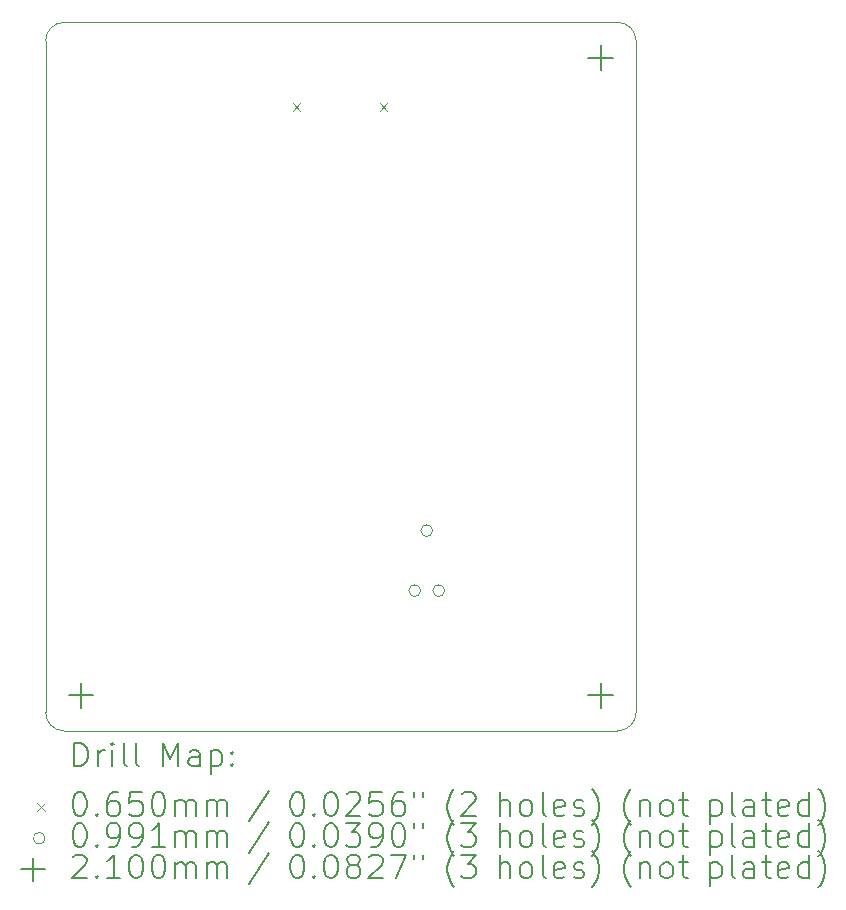
<source format=gbr>
%TF.GenerationSoftware,KiCad,Pcbnew,(7.0.0)*%
%TF.CreationDate,2023-03-04T19:16:19-06:00*%
%TF.ProjectId,OpenRectangleBreakout,4f70656e-5265-4637-9461-6e676c654272,rev?*%
%TF.SameCoordinates,Original*%
%TF.FileFunction,Drillmap*%
%TF.FilePolarity,Positive*%
%FSLAX45Y45*%
G04 Gerber Fmt 4.5, Leading zero omitted, Abs format (unit mm)*
G04 Created by KiCad (PCBNEW (7.0.0)) date 2023-03-04 19:16:19*
%MOMM*%
%LPD*%
G01*
G04 APERTURE LIST*
%ADD10C,0.100000*%
%ADD11C,0.200000*%
%ADD12C,0.065000*%
%ADD13C,0.099060*%
%ADD14C,0.210000*%
G04 APERTURE END LIST*
D10*
X6997497Y-3039247D02*
X6997497Y-8721747D01*
X1997497Y-3039247D02*
X1997497Y-8721747D01*
X4531163Y-2880497D02*
X6838747Y-2880497D01*
X1997496Y-8721747D02*
G75*
G03*
X2156247Y-8880497I158758J8D01*
G01*
X6838747Y-8880497D02*
G75*
G03*
X6997497Y-8721747I3J158747D01*
G01*
X2156247Y-2880497D02*
G75*
G03*
X1997497Y-3039247I0J-158750D01*
G01*
X2156247Y-2880497D02*
X4531163Y-2880497D01*
X6997503Y-3039247D02*
G75*
G03*
X6838747Y-2880497I-158753J-3D01*
G01*
X6838747Y-8880497D02*
X2156247Y-8880497D01*
D11*
D12*
X4089997Y-3567481D02*
X4154997Y-3632481D01*
X4154997Y-3567481D02*
X4089997Y-3632481D01*
X4824997Y-3567481D02*
X4889997Y-3632481D01*
X4889997Y-3567481D02*
X4824997Y-3632481D01*
D13*
X5172577Y-7693000D02*
G75*
G03*
X5172577Y-7693000I-49530J0D01*
G01*
X5274177Y-7185000D02*
G75*
G03*
X5274177Y-7185000I-49530J0D01*
G01*
X5375777Y-7693000D02*
G75*
G03*
X5375777Y-7693000I-49530J0D01*
G01*
D14*
X2297497Y-8475496D02*
X2297497Y-8685496D01*
X2192497Y-8580496D02*
X2402497Y-8580496D01*
X6697497Y-3075496D02*
X6697497Y-3285496D01*
X6592497Y-3180496D02*
X6802497Y-3180496D01*
X6697497Y-8475496D02*
X6697497Y-8685496D01*
X6592497Y-8580496D02*
X6802497Y-8580496D01*
D11*
X2240116Y-9178973D02*
X2240116Y-8978973D01*
X2240116Y-8978973D02*
X2287735Y-8978973D01*
X2287735Y-8978973D02*
X2316306Y-8988497D01*
X2316306Y-8988497D02*
X2335354Y-9007544D01*
X2335354Y-9007544D02*
X2344878Y-9026592D01*
X2344878Y-9026592D02*
X2354402Y-9064687D01*
X2354402Y-9064687D02*
X2354402Y-9093259D01*
X2354402Y-9093259D02*
X2344878Y-9131354D01*
X2344878Y-9131354D02*
X2335354Y-9150402D01*
X2335354Y-9150402D02*
X2316306Y-9169449D01*
X2316306Y-9169449D02*
X2287735Y-9178973D01*
X2287735Y-9178973D02*
X2240116Y-9178973D01*
X2440116Y-9178973D02*
X2440116Y-9045640D01*
X2440116Y-9083735D02*
X2449640Y-9064687D01*
X2449640Y-9064687D02*
X2459163Y-9055163D01*
X2459163Y-9055163D02*
X2478211Y-9045640D01*
X2478211Y-9045640D02*
X2497259Y-9045640D01*
X2563925Y-9178973D02*
X2563925Y-9045640D01*
X2563925Y-8978973D02*
X2554402Y-8988497D01*
X2554402Y-8988497D02*
X2563925Y-8998021D01*
X2563925Y-8998021D02*
X2573449Y-8988497D01*
X2573449Y-8988497D02*
X2563925Y-8978973D01*
X2563925Y-8978973D02*
X2563925Y-8998021D01*
X2687735Y-9178973D02*
X2668687Y-9169449D01*
X2668687Y-9169449D02*
X2659163Y-9150402D01*
X2659163Y-9150402D02*
X2659163Y-8978973D01*
X2792497Y-9178973D02*
X2773449Y-9169449D01*
X2773449Y-9169449D02*
X2763925Y-9150402D01*
X2763925Y-9150402D02*
X2763925Y-8978973D01*
X2988687Y-9178973D02*
X2988687Y-8978973D01*
X2988687Y-8978973D02*
X3055354Y-9121830D01*
X3055354Y-9121830D02*
X3122020Y-8978973D01*
X3122020Y-8978973D02*
X3122020Y-9178973D01*
X3302973Y-9178973D02*
X3302973Y-9074211D01*
X3302973Y-9074211D02*
X3293449Y-9055163D01*
X3293449Y-9055163D02*
X3274401Y-9045640D01*
X3274401Y-9045640D02*
X3236306Y-9045640D01*
X3236306Y-9045640D02*
X3217259Y-9055163D01*
X3302973Y-9169449D02*
X3283925Y-9178973D01*
X3283925Y-9178973D02*
X3236306Y-9178973D01*
X3236306Y-9178973D02*
X3217259Y-9169449D01*
X3217259Y-9169449D02*
X3207735Y-9150402D01*
X3207735Y-9150402D02*
X3207735Y-9131354D01*
X3207735Y-9131354D02*
X3217259Y-9112306D01*
X3217259Y-9112306D02*
X3236306Y-9102783D01*
X3236306Y-9102783D02*
X3283925Y-9102783D01*
X3283925Y-9102783D02*
X3302973Y-9093259D01*
X3398211Y-9045640D02*
X3398211Y-9245640D01*
X3398211Y-9055163D02*
X3417259Y-9045640D01*
X3417259Y-9045640D02*
X3455354Y-9045640D01*
X3455354Y-9045640D02*
X3474401Y-9055163D01*
X3474401Y-9055163D02*
X3483925Y-9064687D01*
X3483925Y-9064687D02*
X3493449Y-9083735D01*
X3493449Y-9083735D02*
X3493449Y-9140878D01*
X3493449Y-9140878D02*
X3483925Y-9159925D01*
X3483925Y-9159925D02*
X3474401Y-9169449D01*
X3474401Y-9169449D02*
X3455354Y-9178973D01*
X3455354Y-9178973D02*
X3417259Y-9178973D01*
X3417259Y-9178973D02*
X3398211Y-9169449D01*
X3579163Y-9159925D02*
X3588687Y-9169449D01*
X3588687Y-9169449D02*
X3579163Y-9178973D01*
X3579163Y-9178973D02*
X3569640Y-9169449D01*
X3569640Y-9169449D02*
X3579163Y-9159925D01*
X3579163Y-9159925D02*
X3579163Y-9178973D01*
X3579163Y-9055163D02*
X3588687Y-9064687D01*
X3588687Y-9064687D02*
X3579163Y-9074211D01*
X3579163Y-9074211D02*
X3569640Y-9064687D01*
X3569640Y-9064687D02*
X3579163Y-9055163D01*
X3579163Y-9055163D02*
X3579163Y-9074211D01*
D12*
X1927497Y-9492997D02*
X1992497Y-9557997D01*
X1992497Y-9492997D02*
X1927497Y-9557997D01*
D11*
X2278211Y-9398973D02*
X2297259Y-9398973D01*
X2297259Y-9398973D02*
X2316306Y-9408497D01*
X2316306Y-9408497D02*
X2325830Y-9418021D01*
X2325830Y-9418021D02*
X2335354Y-9437068D01*
X2335354Y-9437068D02*
X2344878Y-9475163D01*
X2344878Y-9475163D02*
X2344878Y-9522783D01*
X2344878Y-9522783D02*
X2335354Y-9560878D01*
X2335354Y-9560878D02*
X2325830Y-9579925D01*
X2325830Y-9579925D02*
X2316306Y-9589449D01*
X2316306Y-9589449D02*
X2297259Y-9598973D01*
X2297259Y-9598973D02*
X2278211Y-9598973D01*
X2278211Y-9598973D02*
X2259163Y-9589449D01*
X2259163Y-9589449D02*
X2249640Y-9579925D01*
X2249640Y-9579925D02*
X2240116Y-9560878D01*
X2240116Y-9560878D02*
X2230592Y-9522783D01*
X2230592Y-9522783D02*
X2230592Y-9475163D01*
X2230592Y-9475163D02*
X2240116Y-9437068D01*
X2240116Y-9437068D02*
X2249640Y-9418021D01*
X2249640Y-9418021D02*
X2259163Y-9408497D01*
X2259163Y-9408497D02*
X2278211Y-9398973D01*
X2430592Y-9579925D02*
X2440116Y-9589449D01*
X2440116Y-9589449D02*
X2430592Y-9598973D01*
X2430592Y-9598973D02*
X2421068Y-9589449D01*
X2421068Y-9589449D02*
X2430592Y-9579925D01*
X2430592Y-9579925D02*
X2430592Y-9598973D01*
X2611544Y-9398973D02*
X2573449Y-9398973D01*
X2573449Y-9398973D02*
X2554402Y-9408497D01*
X2554402Y-9408497D02*
X2544878Y-9418021D01*
X2544878Y-9418021D02*
X2525830Y-9446592D01*
X2525830Y-9446592D02*
X2516306Y-9484687D01*
X2516306Y-9484687D02*
X2516306Y-9560878D01*
X2516306Y-9560878D02*
X2525830Y-9579925D01*
X2525830Y-9579925D02*
X2535354Y-9589449D01*
X2535354Y-9589449D02*
X2554402Y-9598973D01*
X2554402Y-9598973D02*
X2592497Y-9598973D01*
X2592497Y-9598973D02*
X2611544Y-9589449D01*
X2611544Y-9589449D02*
X2621068Y-9579925D01*
X2621068Y-9579925D02*
X2630592Y-9560878D01*
X2630592Y-9560878D02*
X2630592Y-9513259D01*
X2630592Y-9513259D02*
X2621068Y-9494211D01*
X2621068Y-9494211D02*
X2611544Y-9484687D01*
X2611544Y-9484687D02*
X2592497Y-9475163D01*
X2592497Y-9475163D02*
X2554402Y-9475163D01*
X2554402Y-9475163D02*
X2535354Y-9484687D01*
X2535354Y-9484687D02*
X2525830Y-9494211D01*
X2525830Y-9494211D02*
X2516306Y-9513259D01*
X2811544Y-9398973D02*
X2716306Y-9398973D01*
X2716306Y-9398973D02*
X2706783Y-9494211D01*
X2706783Y-9494211D02*
X2716306Y-9484687D01*
X2716306Y-9484687D02*
X2735354Y-9475163D01*
X2735354Y-9475163D02*
X2782973Y-9475163D01*
X2782973Y-9475163D02*
X2802021Y-9484687D01*
X2802021Y-9484687D02*
X2811544Y-9494211D01*
X2811544Y-9494211D02*
X2821068Y-9513259D01*
X2821068Y-9513259D02*
X2821068Y-9560878D01*
X2821068Y-9560878D02*
X2811544Y-9579925D01*
X2811544Y-9579925D02*
X2802021Y-9589449D01*
X2802021Y-9589449D02*
X2782973Y-9598973D01*
X2782973Y-9598973D02*
X2735354Y-9598973D01*
X2735354Y-9598973D02*
X2716306Y-9589449D01*
X2716306Y-9589449D02*
X2706783Y-9579925D01*
X2944878Y-9398973D02*
X2963925Y-9398973D01*
X2963925Y-9398973D02*
X2982973Y-9408497D01*
X2982973Y-9408497D02*
X2992497Y-9418021D01*
X2992497Y-9418021D02*
X3002021Y-9437068D01*
X3002021Y-9437068D02*
X3011544Y-9475163D01*
X3011544Y-9475163D02*
X3011544Y-9522783D01*
X3011544Y-9522783D02*
X3002021Y-9560878D01*
X3002021Y-9560878D02*
X2992497Y-9579925D01*
X2992497Y-9579925D02*
X2982973Y-9589449D01*
X2982973Y-9589449D02*
X2963925Y-9598973D01*
X2963925Y-9598973D02*
X2944878Y-9598973D01*
X2944878Y-9598973D02*
X2925830Y-9589449D01*
X2925830Y-9589449D02*
X2916306Y-9579925D01*
X2916306Y-9579925D02*
X2906782Y-9560878D01*
X2906782Y-9560878D02*
X2897259Y-9522783D01*
X2897259Y-9522783D02*
X2897259Y-9475163D01*
X2897259Y-9475163D02*
X2906782Y-9437068D01*
X2906782Y-9437068D02*
X2916306Y-9418021D01*
X2916306Y-9418021D02*
X2925830Y-9408497D01*
X2925830Y-9408497D02*
X2944878Y-9398973D01*
X3097259Y-9598973D02*
X3097259Y-9465640D01*
X3097259Y-9484687D02*
X3106782Y-9475163D01*
X3106782Y-9475163D02*
X3125830Y-9465640D01*
X3125830Y-9465640D02*
X3154402Y-9465640D01*
X3154402Y-9465640D02*
X3173449Y-9475163D01*
X3173449Y-9475163D02*
X3182973Y-9494211D01*
X3182973Y-9494211D02*
X3182973Y-9598973D01*
X3182973Y-9494211D02*
X3192497Y-9475163D01*
X3192497Y-9475163D02*
X3211544Y-9465640D01*
X3211544Y-9465640D02*
X3240116Y-9465640D01*
X3240116Y-9465640D02*
X3259163Y-9475163D01*
X3259163Y-9475163D02*
X3268687Y-9494211D01*
X3268687Y-9494211D02*
X3268687Y-9598973D01*
X3363925Y-9598973D02*
X3363925Y-9465640D01*
X3363925Y-9484687D02*
X3373449Y-9475163D01*
X3373449Y-9475163D02*
X3392497Y-9465640D01*
X3392497Y-9465640D02*
X3421068Y-9465640D01*
X3421068Y-9465640D02*
X3440116Y-9475163D01*
X3440116Y-9475163D02*
X3449640Y-9494211D01*
X3449640Y-9494211D02*
X3449640Y-9598973D01*
X3449640Y-9494211D02*
X3459163Y-9475163D01*
X3459163Y-9475163D02*
X3478211Y-9465640D01*
X3478211Y-9465640D02*
X3506782Y-9465640D01*
X3506782Y-9465640D02*
X3525830Y-9475163D01*
X3525830Y-9475163D02*
X3535354Y-9494211D01*
X3535354Y-9494211D02*
X3535354Y-9598973D01*
X3893449Y-9389449D02*
X3722021Y-9646592D01*
X4118211Y-9398973D02*
X4137259Y-9398973D01*
X4137259Y-9398973D02*
X4156306Y-9408497D01*
X4156306Y-9408497D02*
X4165830Y-9418021D01*
X4165830Y-9418021D02*
X4175354Y-9437068D01*
X4175354Y-9437068D02*
X4184878Y-9475163D01*
X4184878Y-9475163D02*
X4184878Y-9522783D01*
X4184878Y-9522783D02*
X4175354Y-9560878D01*
X4175354Y-9560878D02*
X4165830Y-9579925D01*
X4165830Y-9579925D02*
X4156306Y-9589449D01*
X4156306Y-9589449D02*
X4137259Y-9598973D01*
X4137259Y-9598973D02*
X4118211Y-9598973D01*
X4118211Y-9598973D02*
X4099163Y-9589449D01*
X4099163Y-9589449D02*
X4089640Y-9579925D01*
X4089640Y-9579925D02*
X4080116Y-9560878D01*
X4080116Y-9560878D02*
X4070592Y-9522783D01*
X4070592Y-9522783D02*
X4070592Y-9475163D01*
X4070592Y-9475163D02*
X4080116Y-9437068D01*
X4080116Y-9437068D02*
X4089640Y-9418021D01*
X4089640Y-9418021D02*
X4099163Y-9408497D01*
X4099163Y-9408497D02*
X4118211Y-9398973D01*
X4270592Y-9579925D02*
X4280116Y-9589449D01*
X4280116Y-9589449D02*
X4270592Y-9598973D01*
X4270592Y-9598973D02*
X4261068Y-9589449D01*
X4261068Y-9589449D02*
X4270592Y-9579925D01*
X4270592Y-9579925D02*
X4270592Y-9598973D01*
X4403925Y-9398973D02*
X4422973Y-9398973D01*
X4422973Y-9398973D02*
X4442021Y-9408497D01*
X4442021Y-9408497D02*
X4451545Y-9418021D01*
X4451545Y-9418021D02*
X4461068Y-9437068D01*
X4461068Y-9437068D02*
X4470592Y-9475163D01*
X4470592Y-9475163D02*
X4470592Y-9522783D01*
X4470592Y-9522783D02*
X4461068Y-9560878D01*
X4461068Y-9560878D02*
X4451545Y-9579925D01*
X4451545Y-9579925D02*
X4442021Y-9589449D01*
X4442021Y-9589449D02*
X4422973Y-9598973D01*
X4422973Y-9598973D02*
X4403925Y-9598973D01*
X4403925Y-9598973D02*
X4384878Y-9589449D01*
X4384878Y-9589449D02*
X4375354Y-9579925D01*
X4375354Y-9579925D02*
X4365830Y-9560878D01*
X4365830Y-9560878D02*
X4356306Y-9522783D01*
X4356306Y-9522783D02*
X4356306Y-9475163D01*
X4356306Y-9475163D02*
X4365830Y-9437068D01*
X4365830Y-9437068D02*
X4375354Y-9418021D01*
X4375354Y-9418021D02*
X4384878Y-9408497D01*
X4384878Y-9408497D02*
X4403925Y-9398973D01*
X4546783Y-9418021D02*
X4556306Y-9408497D01*
X4556306Y-9408497D02*
X4575354Y-9398973D01*
X4575354Y-9398973D02*
X4622973Y-9398973D01*
X4622973Y-9398973D02*
X4642021Y-9408497D01*
X4642021Y-9408497D02*
X4651545Y-9418021D01*
X4651545Y-9418021D02*
X4661068Y-9437068D01*
X4661068Y-9437068D02*
X4661068Y-9456116D01*
X4661068Y-9456116D02*
X4651545Y-9484687D01*
X4651545Y-9484687D02*
X4537259Y-9598973D01*
X4537259Y-9598973D02*
X4661068Y-9598973D01*
X4842021Y-9398973D02*
X4746783Y-9398973D01*
X4746783Y-9398973D02*
X4737259Y-9494211D01*
X4737259Y-9494211D02*
X4746783Y-9484687D01*
X4746783Y-9484687D02*
X4765830Y-9475163D01*
X4765830Y-9475163D02*
X4813449Y-9475163D01*
X4813449Y-9475163D02*
X4832497Y-9484687D01*
X4832497Y-9484687D02*
X4842021Y-9494211D01*
X4842021Y-9494211D02*
X4851545Y-9513259D01*
X4851545Y-9513259D02*
X4851545Y-9560878D01*
X4851545Y-9560878D02*
X4842021Y-9579925D01*
X4842021Y-9579925D02*
X4832497Y-9589449D01*
X4832497Y-9589449D02*
X4813449Y-9598973D01*
X4813449Y-9598973D02*
X4765830Y-9598973D01*
X4765830Y-9598973D02*
X4746783Y-9589449D01*
X4746783Y-9589449D02*
X4737259Y-9579925D01*
X5022973Y-9398973D02*
X4984878Y-9398973D01*
X4984878Y-9398973D02*
X4965830Y-9408497D01*
X4965830Y-9408497D02*
X4956306Y-9418021D01*
X4956306Y-9418021D02*
X4937259Y-9446592D01*
X4937259Y-9446592D02*
X4927735Y-9484687D01*
X4927735Y-9484687D02*
X4927735Y-9560878D01*
X4927735Y-9560878D02*
X4937259Y-9579925D01*
X4937259Y-9579925D02*
X4946783Y-9589449D01*
X4946783Y-9589449D02*
X4965830Y-9598973D01*
X4965830Y-9598973D02*
X5003926Y-9598973D01*
X5003926Y-9598973D02*
X5022973Y-9589449D01*
X5022973Y-9589449D02*
X5032497Y-9579925D01*
X5032497Y-9579925D02*
X5042021Y-9560878D01*
X5042021Y-9560878D02*
X5042021Y-9513259D01*
X5042021Y-9513259D02*
X5032497Y-9494211D01*
X5032497Y-9494211D02*
X5022973Y-9484687D01*
X5022973Y-9484687D02*
X5003926Y-9475163D01*
X5003926Y-9475163D02*
X4965830Y-9475163D01*
X4965830Y-9475163D02*
X4946783Y-9484687D01*
X4946783Y-9484687D02*
X4937259Y-9494211D01*
X4937259Y-9494211D02*
X4927735Y-9513259D01*
X5118211Y-9398973D02*
X5118211Y-9437068D01*
X5194402Y-9398973D02*
X5194402Y-9437068D01*
X5457259Y-9675163D02*
X5447735Y-9665640D01*
X5447735Y-9665640D02*
X5428687Y-9637068D01*
X5428687Y-9637068D02*
X5419164Y-9618021D01*
X5419164Y-9618021D02*
X5409640Y-9589449D01*
X5409640Y-9589449D02*
X5400116Y-9541830D01*
X5400116Y-9541830D02*
X5400116Y-9503735D01*
X5400116Y-9503735D02*
X5409640Y-9456116D01*
X5409640Y-9456116D02*
X5419164Y-9427544D01*
X5419164Y-9427544D02*
X5428687Y-9408497D01*
X5428687Y-9408497D02*
X5447735Y-9379925D01*
X5447735Y-9379925D02*
X5457259Y-9370402D01*
X5523926Y-9418021D02*
X5533449Y-9408497D01*
X5533449Y-9408497D02*
X5552497Y-9398973D01*
X5552497Y-9398973D02*
X5600116Y-9398973D01*
X5600116Y-9398973D02*
X5619164Y-9408497D01*
X5619164Y-9408497D02*
X5628687Y-9418021D01*
X5628687Y-9418021D02*
X5638211Y-9437068D01*
X5638211Y-9437068D02*
X5638211Y-9456116D01*
X5638211Y-9456116D02*
X5628687Y-9484687D01*
X5628687Y-9484687D02*
X5514402Y-9598973D01*
X5514402Y-9598973D02*
X5638211Y-9598973D01*
X5843925Y-9598973D02*
X5843925Y-9398973D01*
X5929640Y-9598973D02*
X5929640Y-9494211D01*
X5929640Y-9494211D02*
X5920116Y-9475163D01*
X5920116Y-9475163D02*
X5901068Y-9465640D01*
X5901068Y-9465640D02*
X5872497Y-9465640D01*
X5872497Y-9465640D02*
X5853449Y-9475163D01*
X5853449Y-9475163D02*
X5843925Y-9484687D01*
X6053449Y-9598973D02*
X6034402Y-9589449D01*
X6034402Y-9589449D02*
X6024878Y-9579925D01*
X6024878Y-9579925D02*
X6015354Y-9560878D01*
X6015354Y-9560878D02*
X6015354Y-9503735D01*
X6015354Y-9503735D02*
X6024878Y-9484687D01*
X6024878Y-9484687D02*
X6034402Y-9475163D01*
X6034402Y-9475163D02*
X6053449Y-9465640D01*
X6053449Y-9465640D02*
X6082021Y-9465640D01*
X6082021Y-9465640D02*
X6101068Y-9475163D01*
X6101068Y-9475163D02*
X6110592Y-9484687D01*
X6110592Y-9484687D02*
X6120116Y-9503735D01*
X6120116Y-9503735D02*
X6120116Y-9560878D01*
X6120116Y-9560878D02*
X6110592Y-9579925D01*
X6110592Y-9579925D02*
X6101068Y-9589449D01*
X6101068Y-9589449D02*
X6082021Y-9598973D01*
X6082021Y-9598973D02*
X6053449Y-9598973D01*
X6234402Y-9598973D02*
X6215354Y-9589449D01*
X6215354Y-9589449D02*
X6205830Y-9570402D01*
X6205830Y-9570402D02*
X6205830Y-9398973D01*
X6386783Y-9589449D02*
X6367735Y-9598973D01*
X6367735Y-9598973D02*
X6329640Y-9598973D01*
X6329640Y-9598973D02*
X6310592Y-9589449D01*
X6310592Y-9589449D02*
X6301068Y-9570402D01*
X6301068Y-9570402D02*
X6301068Y-9494211D01*
X6301068Y-9494211D02*
X6310592Y-9475163D01*
X6310592Y-9475163D02*
X6329640Y-9465640D01*
X6329640Y-9465640D02*
X6367735Y-9465640D01*
X6367735Y-9465640D02*
X6386783Y-9475163D01*
X6386783Y-9475163D02*
X6396306Y-9494211D01*
X6396306Y-9494211D02*
X6396306Y-9513259D01*
X6396306Y-9513259D02*
X6301068Y-9532306D01*
X6472497Y-9589449D02*
X6491545Y-9598973D01*
X6491545Y-9598973D02*
X6529640Y-9598973D01*
X6529640Y-9598973D02*
X6548687Y-9589449D01*
X6548687Y-9589449D02*
X6558211Y-9570402D01*
X6558211Y-9570402D02*
X6558211Y-9560878D01*
X6558211Y-9560878D02*
X6548687Y-9541830D01*
X6548687Y-9541830D02*
X6529640Y-9532306D01*
X6529640Y-9532306D02*
X6501068Y-9532306D01*
X6501068Y-9532306D02*
X6482021Y-9522783D01*
X6482021Y-9522783D02*
X6472497Y-9503735D01*
X6472497Y-9503735D02*
X6472497Y-9494211D01*
X6472497Y-9494211D02*
X6482021Y-9475163D01*
X6482021Y-9475163D02*
X6501068Y-9465640D01*
X6501068Y-9465640D02*
X6529640Y-9465640D01*
X6529640Y-9465640D02*
X6548687Y-9475163D01*
X6624878Y-9675163D02*
X6634402Y-9665640D01*
X6634402Y-9665640D02*
X6653449Y-9637068D01*
X6653449Y-9637068D02*
X6662973Y-9618021D01*
X6662973Y-9618021D02*
X6672497Y-9589449D01*
X6672497Y-9589449D02*
X6682021Y-9541830D01*
X6682021Y-9541830D02*
X6682021Y-9503735D01*
X6682021Y-9503735D02*
X6672497Y-9456116D01*
X6672497Y-9456116D02*
X6662973Y-9427544D01*
X6662973Y-9427544D02*
X6653449Y-9408497D01*
X6653449Y-9408497D02*
X6634402Y-9379925D01*
X6634402Y-9379925D02*
X6624878Y-9370402D01*
X6954402Y-9675163D02*
X6944878Y-9665640D01*
X6944878Y-9665640D02*
X6925830Y-9637068D01*
X6925830Y-9637068D02*
X6916306Y-9618021D01*
X6916306Y-9618021D02*
X6906783Y-9589449D01*
X6906783Y-9589449D02*
X6897259Y-9541830D01*
X6897259Y-9541830D02*
X6897259Y-9503735D01*
X6897259Y-9503735D02*
X6906783Y-9456116D01*
X6906783Y-9456116D02*
X6916306Y-9427544D01*
X6916306Y-9427544D02*
X6925830Y-9408497D01*
X6925830Y-9408497D02*
X6944878Y-9379925D01*
X6944878Y-9379925D02*
X6954402Y-9370402D01*
X7030592Y-9465640D02*
X7030592Y-9598973D01*
X7030592Y-9484687D02*
X7040116Y-9475163D01*
X7040116Y-9475163D02*
X7059164Y-9465640D01*
X7059164Y-9465640D02*
X7087735Y-9465640D01*
X7087735Y-9465640D02*
X7106783Y-9475163D01*
X7106783Y-9475163D02*
X7116306Y-9494211D01*
X7116306Y-9494211D02*
X7116306Y-9598973D01*
X7240116Y-9598973D02*
X7221068Y-9589449D01*
X7221068Y-9589449D02*
X7211545Y-9579925D01*
X7211545Y-9579925D02*
X7202021Y-9560878D01*
X7202021Y-9560878D02*
X7202021Y-9503735D01*
X7202021Y-9503735D02*
X7211545Y-9484687D01*
X7211545Y-9484687D02*
X7221068Y-9475163D01*
X7221068Y-9475163D02*
X7240116Y-9465640D01*
X7240116Y-9465640D02*
X7268687Y-9465640D01*
X7268687Y-9465640D02*
X7287735Y-9475163D01*
X7287735Y-9475163D02*
X7297259Y-9484687D01*
X7297259Y-9484687D02*
X7306783Y-9503735D01*
X7306783Y-9503735D02*
X7306783Y-9560878D01*
X7306783Y-9560878D02*
X7297259Y-9579925D01*
X7297259Y-9579925D02*
X7287735Y-9589449D01*
X7287735Y-9589449D02*
X7268687Y-9598973D01*
X7268687Y-9598973D02*
X7240116Y-9598973D01*
X7363926Y-9465640D02*
X7440116Y-9465640D01*
X7392497Y-9398973D02*
X7392497Y-9570402D01*
X7392497Y-9570402D02*
X7402021Y-9589449D01*
X7402021Y-9589449D02*
X7421068Y-9598973D01*
X7421068Y-9598973D02*
X7440116Y-9598973D01*
X7626783Y-9465640D02*
X7626783Y-9665640D01*
X7626783Y-9475163D02*
X7645830Y-9465640D01*
X7645830Y-9465640D02*
X7683926Y-9465640D01*
X7683926Y-9465640D02*
X7702973Y-9475163D01*
X7702973Y-9475163D02*
X7712497Y-9484687D01*
X7712497Y-9484687D02*
X7722021Y-9503735D01*
X7722021Y-9503735D02*
X7722021Y-9560878D01*
X7722021Y-9560878D02*
X7712497Y-9579925D01*
X7712497Y-9579925D02*
X7702973Y-9589449D01*
X7702973Y-9589449D02*
X7683926Y-9598973D01*
X7683926Y-9598973D02*
X7645830Y-9598973D01*
X7645830Y-9598973D02*
X7626783Y-9589449D01*
X7836306Y-9598973D02*
X7817259Y-9589449D01*
X7817259Y-9589449D02*
X7807735Y-9570402D01*
X7807735Y-9570402D02*
X7807735Y-9398973D01*
X7998211Y-9598973D02*
X7998211Y-9494211D01*
X7998211Y-9494211D02*
X7988687Y-9475163D01*
X7988687Y-9475163D02*
X7969640Y-9465640D01*
X7969640Y-9465640D02*
X7931545Y-9465640D01*
X7931545Y-9465640D02*
X7912497Y-9475163D01*
X7998211Y-9589449D02*
X7979164Y-9598973D01*
X7979164Y-9598973D02*
X7931545Y-9598973D01*
X7931545Y-9598973D02*
X7912497Y-9589449D01*
X7912497Y-9589449D02*
X7902973Y-9570402D01*
X7902973Y-9570402D02*
X7902973Y-9551354D01*
X7902973Y-9551354D02*
X7912497Y-9532306D01*
X7912497Y-9532306D02*
X7931545Y-9522783D01*
X7931545Y-9522783D02*
X7979164Y-9522783D01*
X7979164Y-9522783D02*
X7998211Y-9513259D01*
X8064878Y-9465640D02*
X8141068Y-9465640D01*
X8093449Y-9398973D02*
X8093449Y-9570402D01*
X8093449Y-9570402D02*
X8102973Y-9589449D01*
X8102973Y-9589449D02*
X8122021Y-9598973D01*
X8122021Y-9598973D02*
X8141068Y-9598973D01*
X8283926Y-9589449D02*
X8264878Y-9598973D01*
X8264878Y-9598973D02*
X8226783Y-9598973D01*
X8226783Y-9598973D02*
X8207735Y-9589449D01*
X8207735Y-9589449D02*
X8198211Y-9570402D01*
X8198211Y-9570402D02*
X8198211Y-9494211D01*
X8198211Y-9494211D02*
X8207735Y-9475163D01*
X8207735Y-9475163D02*
X8226783Y-9465640D01*
X8226783Y-9465640D02*
X8264878Y-9465640D01*
X8264878Y-9465640D02*
X8283926Y-9475163D01*
X8283926Y-9475163D02*
X8293449Y-9494211D01*
X8293449Y-9494211D02*
X8293449Y-9513259D01*
X8293449Y-9513259D02*
X8198211Y-9532306D01*
X8464878Y-9598973D02*
X8464878Y-9398973D01*
X8464878Y-9589449D02*
X8445830Y-9598973D01*
X8445830Y-9598973D02*
X8407735Y-9598973D01*
X8407735Y-9598973D02*
X8388688Y-9589449D01*
X8388688Y-9589449D02*
X8379164Y-9579925D01*
X8379164Y-9579925D02*
X8369640Y-9560878D01*
X8369640Y-9560878D02*
X8369640Y-9503735D01*
X8369640Y-9503735D02*
X8379164Y-9484687D01*
X8379164Y-9484687D02*
X8388688Y-9475163D01*
X8388688Y-9475163D02*
X8407735Y-9465640D01*
X8407735Y-9465640D02*
X8445830Y-9465640D01*
X8445830Y-9465640D02*
X8464878Y-9475163D01*
X8541069Y-9675163D02*
X8550592Y-9665640D01*
X8550592Y-9665640D02*
X8569640Y-9637068D01*
X8569640Y-9637068D02*
X8579164Y-9618021D01*
X8579164Y-9618021D02*
X8588688Y-9589449D01*
X8588688Y-9589449D02*
X8598211Y-9541830D01*
X8598211Y-9541830D02*
X8598211Y-9503735D01*
X8598211Y-9503735D02*
X8588688Y-9456116D01*
X8588688Y-9456116D02*
X8579164Y-9427544D01*
X8579164Y-9427544D02*
X8569640Y-9408497D01*
X8569640Y-9408497D02*
X8550592Y-9379925D01*
X8550592Y-9379925D02*
X8541069Y-9370402D01*
D13*
X1992497Y-9789497D02*
G75*
G03*
X1992497Y-9789497I-49530J0D01*
G01*
D11*
X2278211Y-9662973D02*
X2297259Y-9662973D01*
X2297259Y-9662973D02*
X2316306Y-9672497D01*
X2316306Y-9672497D02*
X2325830Y-9682021D01*
X2325830Y-9682021D02*
X2335354Y-9701068D01*
X2335354Y-9701068D02*
X2344878Y-9739163D01*
X2344878Y-9739163D02*
X2344878Y-9786783D01*
X2344878Y-9786783D02*
X2335354Y-9824878D01*
X2335354Y-9824878D02*
X2325830Y-9843925D01*
X2325830Y-9843925D02*
X2316306Y-9853449D01*
X2316306Y-9853449D02*
X2297259Y-9862973D01*
X2297259Y-9862973D02*
X2278211Y-9862973D01*
X2278211Y-9862973D02*
X2259163Y-9853449D01*
X2259163Y-9853449D02*
X2249640Y-9843925D01*
X2249640Y-9843925D02*
X2240116Y-9824878D01*
X2240116Y-9824878D02*
X2230592Y-9786783D01*
X2230592Y-9786783D02*
X2230592Y-9739163D01*
X2230592Y-9739163D02*
X2240116Y-9701068D01*
X2240116Y-9701068D02*
X2249640Y-9682021D01*
X2249640Y-9682021D02*
X2259163Y-9672497D01*
X2259163Y-9672497D02*
X2278211Y-9662973D01*
X2430592Y-9843925D02*
X2440116Y-9853449D01*
X2440116Y-9853449D02*
X2430592Y-9862973D01*
X2430592Y-9862973D02*
X2421068Y-9853449D01*
X2421068Y-9853449D02*
X2430592Y-9843925D01*
X2430592Y-9843925D02*
X2430592Y-9862973D01*
X2535354Y-9862973D02*
X2573449Y-9862973D01*
X2573449Y-9862973D02*
X2592497Y-9853449D01*
X2592497Y-9853449D02*
X2602021Y-9843925D01*
X2602021Y-9843925D02*
X2621068Y-9815354D01*
X2621068Y-9815354D02*
X2630592Y-9777259D01*
X2630592Y-9777259D02*
X2630592Y-9701068D01*
X2630592Y-9701068D02*
X2621068Y-9682021D01*
X2621068Y-9682021D02*
X2611544Y-9672497D01*
X2611544Y-9672497D02*
X2592497Y-9662973D01*
X2592497Y-9662973D02*
X2554402Y-9662973D01*
X2554402Y-9662973D02*
X2535354Y-9672497D01*
X2535354Y-9672497D02*
X2525830Y-9682021D01*
X2525830Y-9682021D02*
X2516306Y-9701068D01*
X2516306Y-9701068D02*
X2516306Y-9748687D01*
X2516306Y-9748687D02*
X2525830Y-9767735D01*
X2525830Y-9767735D02*
X2535354Y-9777259D01*
X2535354Y-9777259D02*
X2554402Y-9786783D01*
X2554402Y-9786783D02*
X2592497Y-9786783D01*
X2592497Y-9786783D02*
X2611544Y-9777259D01*
X2611544Y-9777259D02*
X2621068Y-9767735D01*
X2621068Y-9767735D02*
X2630592Y-9748687D01*
X2725830Y-9862973D02*
X2763925Y-9862973D01*
X2763925Y-9862973D02*
X2782973Y-9853449D01*
X2782973Y-9853449D02*
X2792497Y-9843925D01*
X2792497Y-9843925D02*
X2811544Y-9815354D01*
X2811544Y-9815354D02*
X2821068Y-9777259D01*
X2821068Y-9777259D02*
X2821068Y-9701068D01*
X2821068Y-9701068D02*
X2811544Y-9682021D01*
X2811544Y-9682021D02*
X2802021Y-9672497D01*
X2802021Y-9672497D02*
X2782973Y-9662973D01*
X2782973Y-9662973D02*
X2744878Y-9662973D01*
X2744878Y-9662973D02*
X2725830Y-9672497D01*
X2725830Y-9672497D02*
X2716306Y-9682021D01*
X2716306Y-9682021D02*
X2706783Y-9701068D01*
X2706783Y-9701068D02*
X2706783Y-9748687D01*
X2706783Y-9748687D02*
X2716306Y-9767735D01*
X2716306Y-9767735D02*
X2725830Y-9777259D01*
X2725830Y-9777259D02*
X2744878Y-9786783D01*
X2744878Y-9786783D02*
X2782973Y-9786783D01*
X2782973Y-9786783D02*
X2802021Y-9777259D01*
X2802021Y-9777259D02*
X2811544Y-9767735D01*
X2811544Y-9767735D02*
X2821068Y-9748687D01*
X3011544Y-9862973D02*
X2897259Y-9862973D01*
X2954401Y-9862973D02*
X2954401Y-9662973D01*
X2954401Y-9662973D02*
X2935354Y-9691544D01*
X2935354Y-9691544D02*
X2916306Y-9710592D01*
X2916306Y-9710592D02*
X2897259Y-9720116D01*
X3097259Y-9862973D02*
X3097259Y-9729640D01*
X3097259Y-9748687D02*
X3106782Y-9739163D01*
X3106782Y-9739163D02*
X3125830Y-9729640D01*
X3125830Y-9729640D02*
X3154402Y-9729640D01*
X3154402Y-9729640D02*
X3173449Y-9739163D01*
X3173449Y-9739163D02*
X3182973Y-9758211D01*
X3182973Y-9758211D02*
X3182973Y-9862973D01*
X3182973Y-9758211D02*
X3192497Y-9739163D01*
X3192497Y-9739163D02*
X3211544Y-9729640D01*
X3211544Y-9729640D02*
X3240116Y-9729640D01*
X3240116Y-9729640D02*
X3259163Y-9739163D01*
X3259163Y-9739163D02*
X3268687Y-9758211D01*
X3268687Y-9758211D02*
X3268687Y-9862973D01*
X3363925Y-9862973D02*
X3363925Y-9729640D01*
X3363925Y-9748687D02*
X3373449Y-9739163D01*
X3373449Y-9739163D02*
X3392497Y-9729640D01*
X3392497Y-9729640D02*
X3421068Y-9729640D01*
X3421068Y-9729640D02*
X3440116Y-9739163D01*
X3440116Y-9739163D02*
X3449640Y-9758211D01*
X3449640Y-9758211D02*
X3449640Y-9862973D01*
X3449640Y-9758211D02*
X3459163Y-9739163D01*
X3459163Y-9739163D02*
X3478211Y-9729640D01*
X3478211Y-9729640D02*
X3506782Y-9729640D01*
X3506782Y-9729640D02*
X3525830Y-9739163D01*
X3525830Y-9739163D02*
X3535354Y-9758211D01*
X3535354Y-9758211D02*
X3535354Y-9862973D01*
X3893449Y-9653449D02*
X3722021Y-9910592D01*
X4118211Y-9662973D02*
X4137259Y-9662973D01*
X4137259Y-9662973D02*
X4156306Y-9672497D01*
X4156306Y-9672497D02*
X4165830Y-9682021D01*
X4165830Y-9682021D02*
X4175354Y-9701068D01*
X4175354Y-9701068D02*
X4184878Y-9739163D01*
X4184878Y-9739163D02*
X4184878Y-9786783D01*
X4184878Y-9786783D02*
X4175354Y-9824878D01*
X4175354Y-9824878D02*
X4165830Y-9843925D01*
X4165830Y-9843925D02*
X4156306Y-9853449D01*
X4156306Y-9853449D02*
X4137259Y-9862973D01*
X4137259Y-9862973D02*
X4118211Y-9862973D01*
X4118211Y-9862973D02*
X4099163Y-9853449D01*
X4099163Y-9853449D02*
X4089640Y-9843925D01*
X4089640Y-9843925D02*
X4080116Y-9824878D01*
X4080116Y-9824878D02*
X4070592Y-9786783D01*
X4070592Y-9786783D02*
X4070592Y-9739163D01*
X4070592Y-9739163D02*
X4080116Y-9701068D01*
X4080116Y-9701068D02*
X4089640Y-9682021D01*
X4089640Y-9682021D02*
X4099163Y-9672497D01*
X4099163Y-9672497D02*
X4118211Y-9662973D01*
X4270592Y-9843925D02*
X4280116Y-9853449D01*
X4280116Y-9853449D02*
X4270592Y-9862973D01*
X4270592Y-9862973D02*
X4261068Y-9853449D01*
X4261068Y-9853449D02*
X4270592Y-9843925D01*
X4270592Y-9843925D02*
X4270592Y-9862973D01*
X4403925Y-9662973D02*
X4422973Y-9662973D01*
X4422973Y-9662973D02*
X4442021Y-9672497D01*
X4442021Y-9672497D02*
X4451545Y-9682021D01*
X4451545Y-9682021D02*
X4461068Y-9701068D01*
X4461068Y-9701068D02*
X4470592Y-9739163D01*
X4470592Y-9739163D02*
X4470592Y-9786783D01*
X4470592Y-9786783D02*
X4461068Y-9824878D01*
X4461068Y-9824878D02*
X4451545Y-9843925D01*
X4451545Y-9843925D02*
X4442021Y-9853449D01*
X4442021Y-9853449D02*
X4422973Y-9862973D01*
X4422973Y-9862973D02*
X4403925Y-9862973D01*
X4403925Y-9862973D02*
X4384878Y-9853449D01*
X4384878Y-9853449D02*
X4375354Y-9843925D01*
X4375354Y-9843925D02*
X4365830Y-9824878D01*
X4365830Y-9824878D02*
X4356306Y-9786783D01*
X4356306Y-9786783D02*
X4356306Y-9739163D01*
X4356306Y-9739163D02*
X4365830Y-9701068D01*
X4365830Y-9701068D02*
X4375354Y-9682021D01*
X4375354Y-9682021D02*
X4384878Y-9672497D01*
X4384878Y-9672497D02*
X4403925Y-9662973D01*
X4537259Y-9662973D02*
X4661068Y-9662973D01*
X4661068Y-9662973D02*
X4594402Y-9739163D01*
X4594402Y-9739163D02*
X4622973Y-9739163D01*
X4622973Y-9739163D02*
X4642021Y-9748687D01*
X4642021Y-9748687D02*
X4651545Y-9758211D01*
X4651545Y-9758211D02*
X4661068Y-9777259D01*
X4661068Y-9777259D02*
X4661068Y-9824878D01*
X4661068Y-9824878D02*
X4651545Y-9843925D01*
X4651545Y-9843925D02*
X4642021Y-9853449D01*
X4642021Y-9853449D02*
X4622973Y-9862973D01*
X4622973Y-9862973D02*
X4565830Y-9862973D01*
X4565830Y-9862973D02*
X4546783Y-9853449D01*
X4546783Y-9853449D02*
X4537259Y-9843925D01*
X4756306Y-9862973D02*
X4794402Y-9862973D01*
X4794402Y-9862973D02*
X4813449Y-9853449D01*
X4813449Y-9853449D02*
X4822973Y-9843925D01*
X4822973Y-9843925D02*
X4842021Y-9815354D01*
X4842021Y-9815354D02*
X4851545Y-9777259D01*
X4851545Y-9777259D02*
X4851545Y-9701068D01*
X4851545Y-9701068D02*
X4842021Y-9682021D01*
X4842021Y-9682021D02*
X4832497Y-9672497D01*
X4832497Y-9672497D02*
X4813449Y-9662973D01*
X4813449Y-9662973D02*
X4775354Y-9662973D01*
X4775354Y-9662973D02*
X4756306Y-9672497D01*
X4756306Y-9672497D02*
X4746783Y-9682021D01*
X4746783Y-9682021D02*
X4737259Y-9701068D01*
X4737259Y-9701068D02*
X4737259Y-9748687D01*
X4737259Y-9748687D02*
X4746783Y-9767735D01*
X4746783Y-9767735D02*
X4756306Y-9777259D01*
X4756306Y-9777259D02*
X4775354Y-9786783D01*
X4775354Y-9786783D02*
X4813449Y-9786783D01*
X4813449Y-9786783D02*
X4832497Y-9777259D01*
X4832497Y-9777259D02*
X4842021Y-9767735D01*
X4842021Y-9767735D02*
X4851545Y-9748687D01*
X4975354Y-9662973D02*
X4994402Y-9662973D01*
X4994402Y-9662973D02*
X5013449Y-9672497D01*
X5013449Y-9672497D02*
X5022973Y-9682021D01*
X5022973Y-9682021D02*
X5032497Y-9701068D01*
X5032497Y-9701068D02*
X5042021Y-9739163D01*
X5042021Y-9739163D02*
X5042021Y-9786783D01*
X5042021Y-9786783D02*
X5032497Y-9824878D01*
X5032497Y-9824878D02*
X5022973Y-9843925D01*
X5022973Y-9843925D02*
X5013449Y-9853449D01*
X5013449Y-9853449D02*
X4994402Y-9862973D01*
X4994402Y-9862973D02*
X4975354Y-9862973D01*
X4975354Y-9862973D02*
X4956306Y-9853449D01*
X4956306Y-9853449D02*
X4946783Y-9843925D01*
X4946783Y-9843925D02*
X4937259Y-9824878D01*
X4937259Y-9824878D02*
X4927735Y-9786783D01*
X4927735Y-9786783D02*
X4927735Y-9739163D01*
X4927735Y-9739163D02*
X4937259Y-9701068D01*
X4937259Y-9701068D02*
X4946783Y-9682021D01*
X4946783Y-9682021D02*
X4956306Y-9672497D01*
X4956306Y-9672497D02*
X4975354Y-9662973D01*
X5118211Y-9662973D02*
X5118211Y-9701068D01*
X5194402Y-9662973D02*
X5194402Y-9701068D01*
X5457259Y-9939163D02*
X5447735Y-9929640D01*
X5447735Y-9929640D02*
X5428687Y-9901068D01*
X5428687Y-9901068D02*
X5419164Y-9882021D01*
X5419164Y-9882021D02*
X5409640Y-9853449D01*
X5409640Y-9853449D02*
X5400116Y-9805830D01*
X5400116Y-9805830D02*
X5400116Y-9767735D01*
X5400116Y-9767735D02*
X5409640Y-9720116D01*
X5409640Y-9720116D02*
X5419164Y-9691544D01*
X5419164Y-9691544D02*
X5428687Y-9672497D01*
X5428687Y-9672497D02*
X5447735Y-9643925D01*
X5447735Y-9643925D02*
X5457259Y-9634402D01*
X5514402Y-9662973D02*
X5638211Y-9662973D01*
X5638211Y-9662973D02*
X5571545Y-9739163D01*
X5571545Y-9739163D02*
X5600116Y-9739163D01*
X5600116Y-9739163D02*
X5619164Y-9748687D01*
X5619164Y-9748687D02*
X5628687Y-9758211D01*
X5628687Y-9758211D02*
X5638211Y-9777259D01*
X5638211Y-9777259D02*
X5638211Y-9824878D01*
X5638211Y-9824878D02*
X5628687Y-9843925D01*
X5628687Y-9843925D02*
X5619164Y-9853449D01*
X5619164Y-9853449D02*
X5600116Y-9862973D01*
X5600116Y-9862973D02*
X5542973Y-9862973D01*
X5542973Y-9862973D02*
X5523926Y-9853449D01*
X5523926Y-9853449D02*
X5514402Y-9843925D01*
X5843925Y-9862973D02*
X5843925Y-9662973D01*
X5929640Y-9862973D02*
X5929640Y-9758211D01*
X5929640Y-9758211D02*
X5920116Y-9739163D01*
X5920116Y-9739163D02*
X5901068Y-9729640D01*
X5901068Y-9729640D02*
X5872497Y-9729640D01*
X5872497Y-9729640D02*
X5853449Y-9739163D01*
X5853449Y-9739163D02*
X5843925Y-9748687D01*
X6053449Y-9862973D02*
X6034402Y-9853449D01*
X6034402Y-9853449D02*
X6024878Y-9843925D01*
X6024878Y-9843925D02*
X6015354Y-9824878D01*
X6015354Y-9824878D02*
X6015354Y-9767735D01*
X6015354Y-9767735D02*
X6024878Y-9748687D01*
X6024878Y-9748687D02*
X6034402Y-9739163D01*
X6034402Y-9739163D02*
X6053449Y-9729640D01*
X6053449Y-9729640D02*
X6082021Y-9729640D01*
X6082021Y-9729640D02*
X6101068Y-9739163D01*
X6101068Y-9739163D02*
X6110592Y-9748687D01*
X6110592Y-9748687D02*
X6120116Y-9767735D01*
X6120116Y-9767735D02*
X6120116Y-9824878D01*
X6120116Y-9824878D02*
X6110592Y-9843925D01*
X6110592Y-9843925D02*
X6101068Y-9853449D01*
X6101068Y-9853449D02*
X6082021Y-9862973D01*
X6082021Y-9862973D02*
X6053449Y-9862973D01*
X6234402Y-9862973D02*
X6215354Y-9853449D01*
X6215354Y-9853449D02*
X6205830Y-9834402D01*
X6205830Y-9834402D02*
X6205830Y-9662973D01*
X6386783Y-9853449D02*
X6367735Y-9862973D01*
X6367735Y-9862973D02*
X6329640Y-9862973D01*
X6329640Y-9862973D02*
X6310592Y-9853449D01*
X6310592Y-9853449D02*
X6301068Y-9834402D01*
X6301068Y-9834402D02*
X6301068Y-9758211D01*
X6301068Y-9758211D02*
X6310592Y-9739163D01*
X6310592Y-9739163D02*
X6329640Y-9729640D01*
X6329640Y-9729640D02*
X6367735Y-9729640D01*
X6367735Y-9729640D02*
X6386783Y-9739163D01*
X6386783Y-9739163D02*
X6396306Y-9758211D01*
X6396306Y-9758211D02*
X6396306Y-9777259D01*
X6396306Y-9777259D02*
X6301068Y-9796306D01*
X6472497Y-9853449D02*
X6491545Y-9862973D01*
X6491545Y-9862973D02*
X6529640Y-9862973D01*
X6529640Y-9862973D02*
X6548687Y-9853449D01*
X6548687Y-9853449D02*
X6558211Y-9834402D01*
X6558211Y-9834402D02*
X6558211Y-9824878D01*
X6558211Y-9824878D02*
X6548687Y-9805830D01*
X6548687Y-9805830D02*
X6529640Y-9796306D01*
X6529640Y-9796306D02*
X6501068Y-9796306D01*
X6501068Y-9796306D02*
X6482021Y-9786783D01*
X6482021Y-9786783D02*
X6472497Y-9767735D01*
X6472497Y-9767735D02*
X6472497Y-9758211D01*
X6472497Y-9758211D02*
X6482021Y-9739163D01*
X6482021Y-9739163D02*
X6501068Y-9729640D01*
X6501068Y-9729640D02*
X6529640Y-9729640D01*
X6529640Y-9729640D02*
X6548687Y-9739163D01*
X6624878Y-9939163D02*
X6634402Y-9929640D01*
X6634402Y-9929640D02*
X6653449Y-9901068D01*
X6653449Y-9901068D02*
X6662973Y-9882021D01*
X6662973Y-9882021D02*
X6672497Y-9853449D01*
X6672497Y-9853449D02*
X6682021Y-9805830D01*
X6682021Y-9805830D02*
X6682021Y-9767735D01*
X6682021Y-9767735D02*
X6672497Y-9720116D01*
X6672497Y-9720116D02*
X6662973Y-9691544D01*
X6662973Y-9691544D02*
X6653449Y-9672497D01*
X6653449Y-9672497D02*
X6634402Y-9643925D01*
X6634402Y-9643925D02*
X6624878Y-9634402D01*
X6954402Y-9939163D02*
X6944878Y-9929640D01*
X6944878Y-9929640D02*
X6925830Y-9901068D01*
X6925830Y-9901068D02*
X6916306Y-9882021D01*
X6916306Y-9882021D02*
X6906783Y-9853449D01*
X6906783Y-9853449D02*
X6897259Y-9805830D01*
X6897259Y-9805830D02*
X6897259Y-9767735D01*
X6897259Y-9767735D02*
X6906783Y-9720116D01*
X6906783Y-9720116D02*
X6916306Y-9691544D01*
X6916306Y-9691544D02*
X6925830Y-9672497D01*
X6925830Y-9672497D02*
X6944878Y-9643925D01*
X6944878Y-9643925D02*
X6954402Y-9634402D01*
X7030592Y-9729640D02*
X7030592Y-9862973D01*
X7030592Y-9748687D02*
X7040116Y-9739163D01*
X7040116Y-9739163D02*
X7059164Y-9729640D01*
X7059164Y-9729640D02*
X7087735Y-9729640D01*
X7087735Y-9729640D02*
X7106783Y-9739163D01*
X7106783Y-9739163D02*
X7116306Y-9758211D01*
X7116306Y-9758211D02*
X7116306Y-9862973D01*
X7240116Y-9862973D02*
X7221068Y-9853449D01*
X7221068Y-9853449D02*
X7211545Y-9843925D01*
X7211545Y-9843925D02*
X7202021Y-9824878D01*
X7202021Y-9824878D02*
X7202021Y-9767735D01*
X7202021Y-9767735D02*
X7211545Y-9748687D01*
X7211545Y-9748687D02*
X7221068Y-9739163D01*
X7221068Y-9739163D02*
X7240116Y-9729640D01*
X7240116Y-9729640D02*
X7268687Y-9729640D01*
X7268687Y-9729640D02*
X7287735Y-9739163D01*
X7287735Y-9739163D02*
X7297259Y-9748687D01*
X7297259Y-9748687D02*
X7306783Y-9767735D01*
X7306783Y-9767735D02*
X7306783Y-9824878D01*
X7306783Y-9824878D02*
X7297259Y-9843925D01*
X7297259Y-9843925D02*
X7287735Y-9853449D01*
X7287735Y-9853449D02*
X7268687Y-9862973D01*
X7268687Y-9862973D02*
X7240116Y-9862973D01*
X7363926Y-9729640D02*
X7440116Y-9729640D01*
X7392497Y-9662973D02*
X7392497Y-9834402D01*
X7392497Y-9834402D02*
X7402021Y-9853449D01*
X7402021Y-9853449D02*
X7421068Y-9862973D01*
X7421068Y-9862973D02*
X7440116Y-9862973D01*
X7626783Y-9729640D02*
X7626783Y-9929640D01*
X7626783Y-9739163D02*
X7645830Y-9729640D01*
X7645830Y-9729640D02*
X7683926Y-9729640D01*
X7683926Y-9729640D02*
X7702973Y-9739163D01*
X7702973Y-9739163D02*
X7712497Y-9748687D01*
X7712497Y-9748687D02*
X7722021Y-9767735D01*
X7722021Y-9767735D02*
X7722021Y-9824878D01*
X7722021Y-9824878D02*
X7712497Y-9843925D01*
X7712497Y-9843925D02*
X7702973Y-9853449D01*
X7702973Y-9853449D02*
X7683926Y-9862973D01*
X7683926Y-9862973D02*
X7645830Y-9862973D01*
X7645830Y-9862973D02*
X7626783Y-9853449D01*
X7836306Y-9862973D02*
X7817259Y-9853449D01*
X7817259Y-9853449D02*
X7807735Y-9834402D01*
X7807735Y-9834402D02*
X7807735Y-9662973D01*
X7998211Y-9862973D02*
X7998211Y-9758211D01*
X7998211Y-9758211D02*
X7988687Y-9739163D01*
X7988687Y-9739163D02*
X7969640Y-9729640D01*
X7969640Y-9729640D02*
X7931545Y-9729640D01*
X7931545Y-9729640D02*
X7912497Y-9739163D01*
X7998211Y-9853449D02*
X7979164Y-9862973D01*
X7979164Y-9862973D02*
X7931545Y-9862973D01*
X7931545Y-9862973D02*
X7912497Y-9853449D01*
X7912497Y-9853449D02*
X7902973Y-9834402D01*
X7902973Y-9834402D02*
X7902973Y-9815354D01*
X7902973Y-9815354D02*
X7912497Y-9796306D01*
X7912497Y-9796306D02*
X7931545Y-9786783D01*
X7931545Y-9786783D02*
X7979164Y-9786783D01*
X7979164Y-9786783D02*
X7998211Y-9777259D01*
X8064878Y-9729640D02*
X8141068Y-9729640D01*
X8093449Y-9662973D02*
X8093449Y-9834402D01*
X8093449Y-9834402D02*
X8102973Y-9853449D01*
X8102973Y-9853449D02*
X8122021Y-9862973D01*
X8122021Y-9862973D02*
X8141068Y-9862973D01*
X8283926Y-9853449D02*
X8264878Y-9862973D01*
X8264878Y-9862973D02*
X8226783Y-9862973D01*
X8226783Y-9862973D02*
X8207735Y-9853449D01*
X8207735Y-9853449D02*
X8198211Y-9834402D01*
X8198211Y-9834402D02*
X8198211Y-9758211D01*
X8198211Y-9758211D02*
X8207735Y-9739163D01*
X8207735Y-9739163D02*
X8226783Y-9729640D01*
X8226783Y-9729640D02*
X8264878Y-9729640D01*
X8264878Y-9729640D02*
X8283926Y-9739163D01*
X8283926Y-9739163D02*
X8293449Y-9758211D01*
X8293449Y-9758211D02*
X8293449Y-9777259D01*
X8293449Y-9777259D02*
X8198211Y-9796306D01*
X8464878Y-9862973D02*
X8464878Y-9662973D01*
X8464878Y-9853449D02*
X8445830Y-9862973D01*
X8445830Y-9862973D02*
X8407735Y-9862973D01*
X8407735Y-9862973D02*
X8388688Y-9853449D01*
X8388688Y-9853449D02*
X8379164Y-9843925D01*
X8379164Y-9843925D02*
X8369640Y-9824878D01*
X8369640Y-9824878D02*
X8369640Y-9767735D01*
X8369640Y-9767735D02*
X8379164Y-9748687D01*
X8379164Y-9748687D02*
X8388688Y-9739163D01*
X8388688Y-9739163D02*
X8407735Y-9729640D01*
X8407735Y-9729640D02*
X8445830Y-9729640D01*
X8445830Y-9729640D02*
X8464878Y-9739163D01*
X8541069Y-9939163D02*
X8550592Y-9929640D01*
X8550592Y-9929640D02*
X8569640Y-9901068D01*
X8569640Y-9901068D02*
X8579164Y-9882021D01*
X8579164Y-9882021D02*
X8588688Y-9853449D01*
X8588688Y-9853449D02*
X8598211Y-9805830D01*
X8598211Y-9805830D02*
X8598211Y-9767735D01*
X8598211Y-9767735D02*
X8588688Y-9720116D01*
X8588688Y-9720116D02*
X8579164Y-9691544D01*
X8579164Y-9691544D02*
X8569640Y-9672497D01*
X8569640Y-9672497D02*
X8550592Y-9643925D01*
X8550592Y-9643925D02*
X8541069Y-9634402D01*
X1892497Y-9953497D02*
X1892497Y-10153497D01*
X1792497Y-10053497D02*
X1992497Y-10053497D01*
X2230592Y-9946021D02*
X2240116Y-9936497D01*
X2240116Y-9936497D02*
X2259163Y-9926973D01*
X2259163Y-9926973D02*
X2306783Y-9926973D01*
X2306783Y-9926973D02*
X2325830Y-9936497D01*
X2325830Y-9936497D02*
X2335354Y-9946021D01*
X2335354Y-9946021D02*
X2344878Y-9965068D01*
X2344878Y-9965068D02*
X2344878Y-9984116D01*
X2344878Y-9984116D02*
X2335354Y-10012687D01*
X2335354Y-10012687D02*
X2221068Y-10126973D01*
X2221068Y-10126973D02*
X2344878Y-10126973D01*
X2430592Y-10107925D02*
X2440116Y-10117449D01*
X2440116Y-10117449D02*
X2430592Y-10126973D01*
X2430592Y-10126973D02*
X2421068Y-10117449D01*
X2421068Y-10117449D02*
X2430592Y-10107925D01*
X2430592Y-10107925D02*
X2430592Y-10126973D01*
X2630592Y-10126973D02*
X2516306Y-10126973D01*
X2573449Y-10126973D02*
X2573449Y-9926973D01*
X2573449Y-9926973D02*
X2554402Y-9955544D01*
X2554402Y-9955544D02*
X2535354Y-9974592D01*
X2535354Y-9974592D02*
X2516306Y-9984116D01*
X2754402Y-9926973D02*
X2773449Y-9926973D01*
X2773449Y-9926973D02*
X2792497Y-9936497D01*
X2792497Y-9936497D02*
X2802021Y-9946021D01*
X2802021Y-9946021D02*
X2811544Y-9965068D01*
X2811544Y-9965068D02*
X2821068Y-10003163D01*
X2821068Y-10003163D02*
X2821068Y-10050783D01*
X2821068Y-10050783D02*
X2811544Y-10088878D01*
X2811544Y-10088878D02*
X2802021Y-10107925D01*
X2802021Y-10107925D02*
X2792497Y-10117449D01*
X2792497Y-10117449D02*
X2773449Y-10126973D01*
X2773449Y-10126973D02*
X2754402Y-10126973D01*
X2754402Y-10126973D02*
X2735354Y-10117449D01*
X2735354Y-10117449D02*
X2725830Y-10107925D01*
X2725830Y-10107925D02*
X2716306Y-10088878D01*
X2716306Y-10088878D02*
X2706783Y-10050783D01*
X2706783Y-10050783D02*
X2706783Y-10003163D01*
X2706783Y-10003163D02*
X2716306Y-9965068D01*
X2716306Y-9965068D02*
X2725830Y-9946021D01*
X2725830Y-9946021D02*
X2735354Y-9936497D01*
X2735354Y-9936497D02*
X2754402Y-9926973D01*
X2944878Y-9926973D02*
X2963925Y-9926973D01*
X2963925Y-9926973D02*
X2982973Y-9936497D01*
X2982973Y-9936497D02*
X2992497Y-9946021D01*
X2992497Y-9946021D02*
X3002021Y-9965068D01*
X3002021Y-9965068D02*
X3011544Y-10003163D01*
X3011544Y-10003163D02*
X3011544Y-10050783D01*
X3011544Y-10050783D02*
X3002021Y-10088878D01*
X3002021Y-10088878D02*
X2992497Y-10107925D01*
X2992497Y-10107925D02*
X2982973Y-10117449D01*
X2982973Y-10117449D02*
X2963925Y-10126973D01*
X2963925Y-10126973D02*
X2944878Y-10126973D01*
X2944878Y-10126973D02*
X2925830Y-10117449D01*
X2925830Y-10117449D02*
X2916306Y-10107925D01*
X2916306Y-10107925D02*
X2906782Y-10088878D01*
X2906782Y-10088878D02*
X2897259Y-10050783D01*
X2897259Y-10050783D02*
X2897259Y-10003163D01*
X2897259Y-10003163D02*
X2906782Y-9965068D01*
X2906782Y-9965068D02*
X2916306Y-9946021D01*
X2916306Y-9946021D02*
X2925830Y-9936497D01*
X2925830Y-9936497D02*
X2944878Y-9926973D01*
X3097259Y-10126973D02*
X3097259Y-9993640D01*
X3097259Y-10012687D02*
X3106782Y-10003163D01*
X3106782Y-10003163D02*
X3125830Y-9993640D01*
X3125830Y-9993640D02*
X3154402Y-9993640D01*
X3154402Y-9993640D02*
X3173449Y-10003163D01*
X3173449Y-10003163D02*
X3182973Y-10022211D01*
X3182973Y-10022211D02*
X3182973Y-10126973D01*
X3182973Y-10022211D02*
X3192497Y-10003163D01*
X3192497Y-10003163D02*
X3211544Y-9993640D01*
X3211544Y-9993640D02*
X3240116Y-9993640D01*
X3240116Y-9993640D02*
X3259163Y-10003163D01*
X3259163Y-10003163D02*
X3268687Y-10022211D01*
X3268687Y-10022211D02*
X3268687Y-10126973D01*
X3363925Y-10126973D02*
X3363925Y-9993640D01*
X3363925Y-10012687D02*
X3373449Y-10003163D01*
X3373449Y-10003163D02*
X3392497Y-9993640D01*
X3392497Y-9993640D02*
X3421068Y-9993640D01*
X3421068Y-9993640D02*
X3440116Y-10003163D01*
X3440116Y-10003163D02*
X3449640Y-10022211D01*
X3449640Y-10022211D02*
X3449640Y-10126973D01*
X3449640Y-10022211D02*
X3459163Y-10003163D01*
X3459163Y-10003163D02*
X3478211Y-9993640D01*
X3478211Y-9993640D02*
X3506782Y-9993640D01*
X3506782Y-9993640D02*
X3525830Y-10003163D01*
X3525830Y-10003163D02*
X3535354Y-10022211D01*
X3535354Y-10022211D02*
X3535354Y-10126973D01*
X3893449Y-9917449D02*
X3722021Y-10174592D01*
X4118211Y-9926973D02*
X4137259Y-9926973D01*
X4137259Y-9926973D02*
X4156306Y-9936497D01*
X4156306Y-9936497D02*
X4165830Y-9946021D01*
X4165830Y-9946021D02*
X4175354Y-9965068D01*
X4175354Y-9965068D02*
X4184878Y-10003163D01*
X4184878Y-10003163D02*
X4184878Y-10050783D01*
X4184878Y-10050783D02*
X4175354Y-10088878D01*
X4175354Y-10088878D02*
X4165830Y-10107925D01*
X4165830Y-10107925D02*
X4156306Y-10117449D01*
X4156306Y-10117449D02*
X4137259Y-10126973D01*
X4137259Y-10126973D02*
X4118211Y-10126973D01*
X4118211Y-10126973D02*
X4099163Y-10117449D01*
X4099163Y-10117449D02*
X4089640Y-10107925D01*
X4089640Y-10107925D02*
X4080116Y-10088878D01*
X4080116Y-10088878D02*
X4070592Y-10050783D01*
X4070592Y-10050783D02*
X4070592Y-10003163D01*
X4070592Y-10003163D02*
X4080116Y-9965068D01*
X4080116Y-9965068D02*
X4089640Y-9946021D01*
X4089640Y-9946021D02*
X4099163Y-9936497D01*
X4099163Y-9936497D02*
X4118211Y-9926973D01*
X4270592Y-10107925D02*
X4280116Y-10117449D01*
X4280116Y-10117449D02*
X4270592Y-10126973D01*
X4270592Y-10126973D02*
X4261068Y-10117449D01*
X4261068Y-10117449D02*
X4270592Y-10107925D01*
X4270592Y-10107925D02*
X4270592Y-10126973D01*
X4403925Y-9926973D02*
X4422973Y-9926973D01*
X4422973Y-9926973D02*
X4442021Y-9936497D01*
X4442021Y-9936497D02*
X4451545Y-9946021D01*
X4451545Y-9946021D02*
X4461068Y-9965068D01*
X4461068Y-9965068D02*
X4470592Y-10003163D01*
X4470592Y-10003163D02*
X4470592Y-10050783D01*
X4470592Y-10050783D02*
X4461068Y-10088878D01*
X4461068Y-10088878D02*
X4451545Y-10107925D01*
X4451545Y-10107925D02*
X4442021Y-10117449D01*
X4442021Y-10117449D02*
X4422973Y-10126973D01*
X4422973Y-10126973D02*
X4403925Y-10126973D01*
X4403925Y-10126973D02*
X4384878Y-10117449D01*
X4384878Y-10117449D02*
X4375354Y-10107925D01*
X4375354Y-10107925D02*
X4365830Y-10088878D01*
X4365830Y-10088878D02*
X4356306Y-10050783D01*
X4356306Y-10050783D02*
X4356306Y-10003163D01*
X4356306Y-10003163D02*
X4365830Y-9965068D01*
X4365830Y-9965068D02*
X4375354Y-9946021D01*
X4375354Y-9946021D02*
X4384878Y-9936497D01*
X4384878Y-9936497D02*
X4403925Y-9926973D01*
X4584878Y-10012687D02*
X4565830Y-10003163D01*
X4565830Y-10003163D02*
X4556306Y-9993640D01*
X4556306Y-9993640D02*
X4546783Y-9974592D01*
X4546783Y-9974592D02*
X4546783Y-9965068D01*
X4546783Y-9965068D02*
X4556306Y-9946021D01*
X4556306Y-9946021D02*
X4565830Y-9936497D01*
X4565830Y-9936497D02*
X4584878Y-9926973D01*
X4584878Y-9926973D02*
X4622973Y-9926973D01*
X4622973Y-9926973D02*
X4642021Y-9936497D01*
X4642021Y-9936497D02*
X4651545Y-9946021D01*
X4651545Y-9946021D02*
X4661068Y-9965068D01*
X4661068Y-9965068D02*
X4661068Y-9974592D01*
X4661068Y-9974592D02*
X4651545Y-9993640D01*
X4651545Y-9993640D02*
X4642021Y-10003163D01*
X4642021Y-10003163D02*
X4622973Y-10012687D01*
X4622973Y-10012687D02*
X4584878Y-10012687D01*
X4584878Y-10012687D02*
X4565830Y-10022211D01*
X4565830Y-10022211D02*
X4556306Y-10031735D01*
X4556306Y-10031735D02*
X4546783Y-10050783D01*
X4546783Y-10050783D02*
X4546783Y-10088878D01*
X4546783Y-10088878D02*
X4556306Y-10107925D01*
X4556306Y-10107925D02*
X4565830Y-10117449D01*
X4565830Y-10117449D02*
X4584878Y-10126973D01*
X4584878Y-10126973D02*
X4622973Y-10126973D01*
X4622973Y-10126973D02*
X4642021Y-10117449D01*
X4642021Y-10117449D02*
X4651545Y-10107925D01*
X4651545Y-10107925D02*
X4661068Y-10088878D01*
X4661068Y-10088878D02*
X4661068Y-10050783D01*
X4661068Y-10050783D02*
X4651545Y-10031735D01*
X4651545Y-10031735D02*
X4642021Y-10022211D01*
X4642021Y-10022211D02*
X4622973Y-10012687D01*
X4737259Y-9946021D02*
X4746783Y-9936497D01*
X4746783Y-9936497D02*
X4765830Y-9926973D01*
X4765830Y-9926973D02*
X4813449Y-9926973D01*
X4813449Y-9926973D02*
X4832497Y-9936497D01*
X4832497Y-9936497D02*
X4842021Y-9946021D01*
X4842021Y-9946021D02*
X4851545Y-9965068D01*
X4851545Y-9965068D02*
X4851545Y-9984116D01*
X4851545Y-9984116D02*
X4842021Y-10012687D01*
X4842021Y-10012687D02*
X4727735Y-10126973D01*
X4727735Y-10126973D02*
X4851545Y-10126973D01*
X4918211Y-9926973D02*
X5051545Y-9926973D01*
X5051545Y-9926973D02*
X4965830Y-10126973D01*
X5118211Y-9926973D02*
X5118211Y-9965068D01*
X5194402Y-9926973D02*
X5194402Y-9965068D01*
X5457259Y-10203163D02*
X5447735Y-10193640D01*
X5447735Y-10193640D02*
X5428687Y-10165068D01*
X5428687Y-10165068D02*
X5419164Y-10146021D01*
X5419164Y-10146021D02*
X5409640Y-10117449D01*
X5409640Y-10117449D02*
X5400116Y-10069830D01*
X5400116Y-10069830D02*
X5400116Y-10031735D01*
X5400116Y-10031735D02*
X5409640Y-9984116D01*
X5409640Y-9984116D02*
X5419164Y-9955544D01*
X5419164Y-9955544D02*
X5428687Y-9936497D01*
X5428687Y-9936497D02*
X5447735Y-9907925D01*
X5447735Y-9907925D02*
X5457259Y-9898402D01*
X5514402Y-9926973D02*
X5638211Y-9926973D01*
X5638211Y-9926973D02*
X5571545Y-10003163D01*
X5571545Y-10003163D02*
X5600116Y-10003163D01*
X5600116Y-10003163D02*
X5619164Y-10012687D01*
X5619164Y-10012687D02*
X5628687Y-10022211D01*
X5628687Y-10022211D02*
X5638211Y-10041259D01*
X5638211Y-10041259D02*
X5638211Y-10088878D01*
X5638211Y-10088878D02*
X5628687Y-10107925D01*
X5628687Y-10107925D02*
X5619164Y-10117449D01*
X5619164Y-10117449D02*
X5600116Y-10126973D01*
X5600116Y-10126973D02*
X5542973Y-10126973D01*
X5542973Y-10126973D02*
X5523926Y-10117449D01*
X5523926Y-10117449D02*
X5514402Y-10107925D01*
X5843925Y-10126973D02*
X5843925Y-9926973D01*
X5929640Y-10126973D02*
X5929640Y-10022211D01*
X5929640Y-10022211D02*
X5920116Y-10003163D01*
X5920116Y-10003163D02*
X5901068Y-9993640D01*
X5901068Y-9993640D02*
X5872497Y-9993640D01*
X5872497Y-9993640D02*
X5853449Y-10003163D01*
X5853449Y-10003163D02*
X5843925Y-10012687D01*
X6053449Y-10126973D02*
X6034402Y-10117449D01*
X6034402Y-10117449D02*
X6024878Y-10107925D01*
X6024878Y-10107925D02*
X6015354Y-10088878D01*
X6015354Y-10088878D02*
X6015354Y-10031735D01*
X6015354Y-10031735D02*
X6024878Y-10012687D01*
X6024878Y-10012687D02*
X6034402Y-10003163D01*
X6034402Y-10003163D02*
X6053449Y-9993640D01*
X6053449Y-9993640D02*
X6082021Y-9993640D01*
X6082021Y-9993640D02*
X6101068Y-10003163D01*
X6101068Y-10003163D02*
X6110592Y-10012687D01*
X6110592Y-10012687D02*
X6120116Y-10031735D01*
X6120116Y-10031735D02*
X6120116Y-10088878D01*
X6120116Y-10088878D02*
X6110592Y-10107925D01*
X6110592Y-10107925D02*
X6101068Y-10117449D01*
X6101068Y-10117449D02*
X6082021Y-10126973D01*
X6082021Y-10126973D02*
X6053449Y-10126973D01*
X6234402Y-10126973D02*
X6215354Y-10117449D01*
X6215354Y-10117449D02*
X6205830Y-10098402D01*
X6205830Y-10098402D02*
X6205830Y-9926973D01*
X6386783Y-10117449D02*
X6367735Y-10126973D01*
X6367735Y-10126973D02*
X6329640Y-10126973D01*
X6329640Y-10126973D02*
X6310592Y-10117449D01*
X6310592Y-10117449D02*
X6301068Y-10098402D01*
X6301068Y-10098402D02*
X6301068Y-10022211D01*
X6301068Y-10022211D02*
X6310592Y-10003163D01*
X6310592Y-10003163D02*
X6329640Y-9993640D01*
X6329640Y-9993640D02*
X6367735Y-9993640D01*
X6367735Y-9993640D02*
X6386783Y-10003163D01*
X6386783Y-10003163D02*
X6396306Y-10022211D01*
X6396306Y-10022211D02*
X6396306Y-10041259D01*
X6396306Y-10041259D02*
X6301068Y-10060306D01*
X6472497Y-10117449D02*
X6491545Y-10126973D01*
X6491545Y-10126973D02*
X6529640Y-10126973D01*
X6529640Y-10126973D02*
X6548687Y-10117449D01*
X6548687Y-10117449D02*
X6558211Y-10098402D01*
X6558211Y-10098402D02*
X6558211Y-10088878D01*
X6558211Y-10088878D02*
X6548687Y-10069830D01*
X6548687Y-10069830D02*
X6529640Y-10060306D01*
X6529640Y-10060306D02*
X6501068Y-10060306D01*
X6501068Y-10060306D02*
X6482021Y-10050783D01*
X6482021Y-10050783D02*
X6472497Y-10031735D01*
X6472497Y-10031735D02*
X6472497Y-10022211D01*
X6472497Y-10022211D02*
X6482021Y-10003163D01*
X6482021Y-10003163D02*
X6501068Y-9993640D01*
X6501068Y-9993640D02*
X6529640Y-9993640D01*
X6529640Y-9993640D02*
X6548687Y-10003163D01*
X6624878Y-10203163D02*
X6634402Y-10193640D01*
X6634402Y-10193640D02*
X6653449Y-10165068D01*
X6653449Y-10165068D02*
X6662973Y-10146021D01*
X6662973Y-10146021D02*
X6672497Y-10117449D01*
X6672497Y-10117449D02*
X6682021Y-10069830D01*
X6682021Y-10069830D02*
X6682021Y-10031735D01*
X6682021Y-10031735D02*
X6672497Y-9984116D01*
X6672497Y-9984116D02*
X6662973Y-9955544D01*
X6662973Y-9955544D02*
X6653449Y-9936497D01*
X6653449Y-9936497D02*
X6634402Y-9907925D01*
X6634402Y-9907925D02*
X6624878Y-9898402D01*
X6954402Y-10203163D02*
X6944878Y-10193640D01*
X6944878Y-10193640D02*
X6925830Y-10165068D01*
X6925830Y-10165068D02*
X6916306Y-10146021D01*
X6916306Y-10146021D02*
X6906783Y-10117449D01*
X6906783Y-10117449D02*
X6897259Y-10069830D01*
X6897259Y-10069830D02*
X6897259Y-10031735D01*
X6897259Y-10031735D02*
X6906783Y-9984116D01*
X6906783Y-9984116D02*
X6916306Y-9955544D01*
X6916306Y-9955544D02*
X6925830Y-9936497D01*
X6925830Y-9936497D02*
X6944878Y-9907925D01*
X6944878Y-9907925D02*
X6954402Y-9898402D01*
X7030592Y-9993640D02*
X7030592Y-10126973D01*
X7030592Y-10012687D02*
X7040116Y-10003163D01*
X7040116Y-10003163D02*
X7059164Y-9993640D01*
X7059164Y-9993640D02*
X7087735Y-9993640D01*
X7087735Y-9993640D02*
X7106783Y-10003163D01*
X7106783Y-10003163D02*
X7116306Y-10022211D01*
X7116306Y-10022211D02*
X7116306Y-10126973D01*
X7240116Y-10126973D02*
X7221068Y-10117449D01*
X7221068Y-10117449D02*
X7211545Y-10107925D01*
X7211545Y-10107925D02*
X7202021Y-10088878D01*
X7202021Y-10088878D02*
X7202021Y-10031735D01*
X7202021Y-10031735D02*
X7211545Y-10012687D01*
X7211545Y-10012687D02*
X7221068Y-10003163D01*
X7221068Y-10003163D02*
X7240116Y-9993640D01*
X7240116Y-9993640D02*
X7268687Y-9993640D01*
X7268687Y-9993640D02*
X7287735Y-10003163D01*
X7287735Y-10003163D02*
X7297259Y-10012687D01*
X7297259Y-10012687D02*
X7306783Y-10031735D01*
X7306783Y-10031735D02*
X7306783Y-10088878D01*
X7306783Y-10088878D02*
X7297259Y-10107925D01*
X7297259Y-10107925D02*
X7287735Y-10117449D01*
X7287735Y-10117449D02*
X7268687Y-10126973D01*
X7268687Y-10126973D02*
X7240116Y-10126973D01*
X7363926Y-9993640D02*
X7440116Y-9993640D01*
X7392497Y-9926973D02*
X7392497Y-10098402D01*
X7392497Y-10098402D02*
X7402021Y-10117449D01*
X7402021Y-10117449D02*
X7421068Y-10126973D01*
X7421068Y-10126973D02*
X7440116Y-10126973D01*
X7626783Y-9993640D02*
X7626783Y-10193640D01*
X7626783Y-10003163D02*
X7645830Y-9993640D01*
X7645830Y-9993640D02*
X7683926Y-9993640D01*
X7683926Y-9993640D02*
X7702973Y-10003163D01*
X7702973Y-10003163D02*
X7712497Y-10012687D01*
X7712497Y-10012687D02*
X7722021Y-10031735D01*
X7722021Y-10031735D02*
X7722021Y-10088878D01*
X7722021Y-10088878D02*
X7712497Y-10107925D01*
X7712497Y-10107925D02*
X7702973Y-10117449D01*
X7702973Y-10117449D02*
X7683926Y-10126973D01*
X7683926Y-10126973D02*
X7645830Y-10126973D01*
X7645830Y-10126973D02*
X7626783Y-10117449D01*
X7836306Y-10126973D02*
X7817259Y-10117449D01*
X7817259Y-10117449D02*
X7807735Y-10098402D01*
X7807735Y-10098402D02*
X7807735Y-9926973D01*
X7998211Y-10126973D02*
X7998211Y-10022211D01*
X7998211Y-10022211D02*
X7988687Y-10003163D01*
X7988687Y-10003163D02*
X7969640Y-9993640D01*
X7969640Y-9993640D02*
X7931545Y-9993640D01*
X7931545Y-9993640D02*
X7912497Y-10003163D01*
X7998211Y-10117449D02*
X7979164Y-10126973D01*
X7979164Y-10126973D02*
X7931545Y-10126973D01*
X7931545Y-10126973D02*
X7912497Y-10117449D01*
X7912497Y-10117449D02*
X7902973Y-10098402D01*
X7902973Y-10098402D02*
X7902973Y-10079354D01*
X7902973Y-10079354D02*
X7912497Y-10060306D01*
X7912497Y-10060306D02*
X7931545Y-10050783D01*
X7931545Y-10050783D02*
X7979164Y-10050783D01*
X7979164Y-10050783D02*
X7998211Y-10041259D01*
X8064878Y-9993640D02*
X8141068Y-9993640D01*
X8093449Y-9926973D02*
X8093449Y-10098402D01*
X8093449Y-10098402D02*
X8102973Y-10117449D01*
X8102973Y-10117449D02*
X8122021Y-10126973D01*
X8122021Y-10126973D02*
X8141068Y-10126973D01*
X8283926Y-10117449D02*
X8264878Y-10126973D01*
X8264878Y-10126973D02*
X8226783Y-10126973D01*
X8226783Y-10126973D02*
X8207735Y-10117449D01*
X8207735Y-10117449D02*
X8198211Y-10098402D01*
X8198211Y-10098402D02*
X8198211Y-10022211D01*
X8198211Y-10022211D02*
X8207735Y-10003163D01*
X8207735Y-10003163D02*
X8226783Y-9993640D01*
X8226783Y-9993640D02*
X8264878Y-9993640D01*
X8264878Y-9993640D02*
X8283926Y-10003163D01*
X8283926Y-10003163D02*
X8293449Y-10022211D01*
X8293449Y-10022211D02*
X8293449Y-10041259D01*
X8293449Y-10041259D02*
X8198211Y-10060306D01*
X8464878Y-10126973D02*
X8464878Y-9926973D01*
X8464878Y-10117449D02*
X8445830Y-10126973D01*
X8445830Y-10126973D02*
X8407735Y-10126973D01*
X8407735Y-10126973D02*
X8388688Y-10117449D01*
X8388688Y-10117449D02*
X8379164Y-10107925D01*
X8379164Y-10107925D02*
X8369640Y-10088878D01*
X8369640Y-10088878D02*
X8369640Y-10031735D01*
X8369640Y-10031735D02*
X8379164Y-10012687D01*
X8379164Y-10012687D02*
X8388688Y-10003163D01*
X8388688Y-10003163D02*
X8407735Y-9993640D01*
X8407735Y-9993640D02*
X8445830Y-9993640D01*
X8445830Y-9993640D02*
X8464878Y-10003163D01*
X8541069Y-10203163D02*
X8550592Y-10193640D01*
X8550592Y-10193640D02*
X8569640Y-10165068D01*
X8569640Y-10165068D02*
X8579164Y-10146021D01*
X8579164Y-10146021D02*
X8588688Y-10117449D01*
X8588688Y-10117449D02*
X8598211Y-10069830D01*
X8598211Y-10069830D02*
X8598211Y-10031735D01*
X8598211Y-10031735D02*
X8588688Y-9984116D01*
X8588688Y-9984116D02*
X8579164Y-9955544D01*
X8579164Y-9955544D02*
X8569640Y-9936497D01*
X8569640Y-9936497D02*
X8550592Y-9907925D01*
X8550592Y-9907925D02*
X8541069Y-9898402D01*
M02*

</source>
